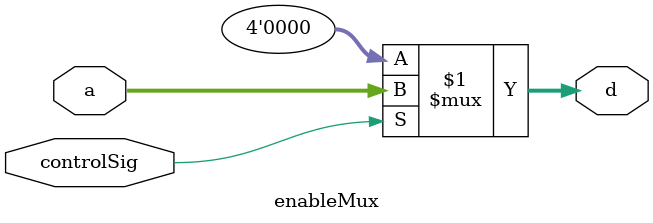
<source format=sv>
module enableMux(input logic [3:0] a,
input logic controlSig,
output logic [3:0] d);

assign d = controlSig ? a : 4'b0; 

endmodule
</source>
